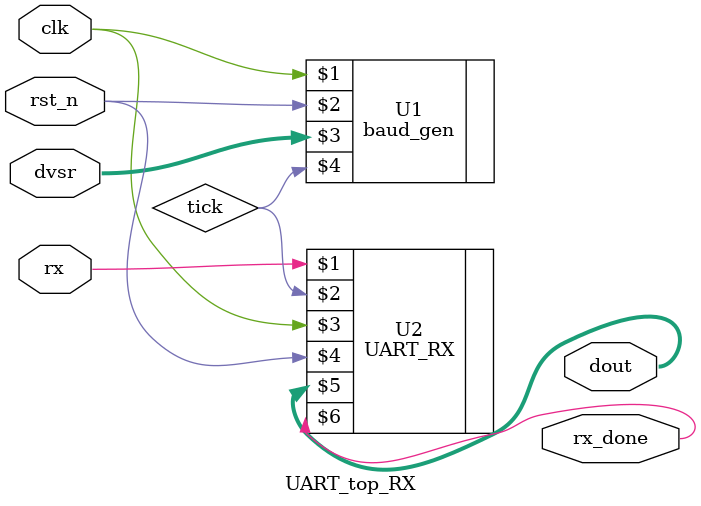
<source format=v>
module UART_top_RX (clk,rst_n,rx,dvsr,rx_done,dout);
input clk,rst_n,rx;
input [10:0] dvsr;
output rx_done;
output [7:0] dout;

wire tick;

baud_gen U1 (clk,rst_n,dvsr,tick);
UART_RX  U2 (rx,tick,clk,rst_n,dout,rx_done);

endmodule
</source>
